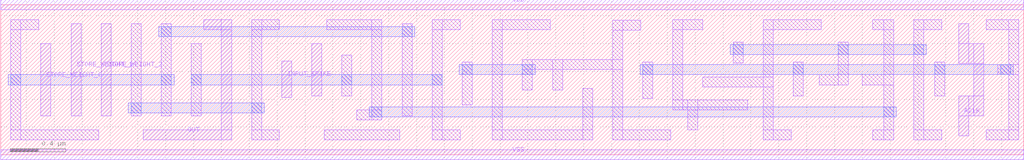
<source format=lef>
VERSION 5.8 ;
BUSBITCHARS "[]" ;
DIVIDERCHAR "/" ;

MACRO fsm_output_macro
  ORIGIN -10.616 0 ;
  FOREIGN fsm_output 10.616 0 ;
  SIZE 7.344 BY 1.08 ;
  SYMMETRY X Y ;
  SITE core ;
  PIN VDD
    DIRECTION INOUT ;
    USE POWER ;
    SHAPE ABUTMENT ;
    PORT
      LAYER M1 ;
        RECT 10.616 1.044 17.96 1.116 ;
    END
  END VDD
  PIN VSS
    DIRECTION INOUT ;
    USE GROUND ;
    SHAPE ABUTMENT ;
    PORT
      LAYER M1 ;
        RECT 10.616 -0.036 17.96 0.036 ;
    END
  END VSS
  PIN ACLK
    DIRECTION INPUT ;
    USE SIGNAL ;
    PORT
      LAYER M1 ;
        RECT 17.492 0.656 17.672 0.8 ;
        RECT 17.6 0.28 17.672 0.8 ;
        RECT 17.492 0.28 17.672 0.424 ;
        RECT 17.492 0.656 17.564 0.944 ;
        RECT 17.492 0.136 17.564 0.424 ;
    END
  END ACLK
  PIN INPUT_SPIKE
    DIRECTION INPUT ;
    USE SIGNAL ;
    PORT
      LAYER M1 ;
        RECT 12.848 0.424 12.92 0.8 ;
        RECT 12.632 0.412 12.704 0.676 ;
    END
  END INPUT_SPIKE
  PIN OUT
    DIRECTION OUTPUT ;
    USE SIGNAL ;
    PORT
      LAYER M1 ;
        RECT 12.072 0.9 12.272 0.972 ;
        RECT 12.2 0.108 12.272 0.972 ;
        RECT 11.64 0.108 12.272 0.18 ;
    END
  END OUT
  PIN STORE_WEIGHT_0
    DIRECTION INPUT ;
    USE SIGNAL ;
    PORT
      LAYER M1 ;
        RECT 10.904 0.28 10.976 0.8 ;
    END
  END STORE_WEIGHT_0
  PIN STORE_WEIGHT_1
    DIRECTION INPUT ;
    USE SIGNAL ;
    PORT
      LAYER M1 ;
        RECT 11.12 0.28 11.192 0.944 ;
    END
  END STORE_WEIGHT_1
  PIN STORE_WEIGHT_2
    DIRECTION INPUT ;
    USE SIGNAL ;
    PORT
      LAYER M1 ;
        RECT 11.336 0.28 11.408 0.944 ;
    END
  END STORE_WEIGHT_2
  OBS
    LAYER M1 ;
      RECT 17.688 0.9 17.924 0.972 ;
      RECT 17.852 0.108 17.924 0.972 ;
      RECT 17.772 0.576 17.924 0.648 ;
      RECT 17.688 0.108 17.924 0.18 ;
      RECT 17.168 0.9 17.368 0.972 ;
      RECT 17.168 0.108 17.24 0.972 ;
      RECT 17.168 0.108 17.368 0.18 ;
      RECT 16.876 0.9 17.024 0.972 ;
      RECT 16.952 0.108 17.024 0.972 ;
      RECT 16.8 0.504 17.024 0.576 ;
      RECT 16.876 0.108 17.024 0.18 ;
      RECT 16.628 0.504 16.7 0.812 ;
      RECT 16.492 0.504 16.7 0.576 ;
      RECT 16.088 0.9 16.504 0.972 ;
      RECT 16.088 0.108 16.16 0.972 ;
      RECT 15.656 0.488 16.16 0.56 ;
      RECT 16.088 0.108 16.288 0.18 ;
      RECT 15.44 0.9 15.656 0.972 ;
      RECT 15.44 0.324 15.512 0.972 ;
      RECT 15.44 0.324 15.976 0.396 ;
      RECT 15.548 0.18 15.62 0.396 ;
      RECT 15.008 0.896 15.208 0.968 ;
      RECT 15.008 0.108 15.08 0.968 ;
      RECT 14.36 0.612 15.08 0.684 ;
      RECT 14.576 0.468 14.648 0.684 ;
      RECT 14.36 0.468 14.432 0.684 ;
      RECT 15.008 0.108 15.424 0.18 ;
      RECT 14.144 0.9 14.56 0.972 ;
      RECT 14.144 0.108 14.216 0.972 ;
      RECT 14.792 0.108 14.864 0.476 ;
      RECT 14.144 0.108 14.864 0.18 ;
      RECT 13.712 0.9 13.912 0.972 ;
      RECT 13.712 0.108 13.784 0.972 ;
      RECT 13.712 0.108 13.912 0.18 ;
      RECT 12.956 0.9 13.352 0.972 ;
      RECT 13.28 0.252 13.352 0.972 ;
      RECT 13.172 0.252 13.352 0.324 ;
      RECT 12.416 0.9 12.616 0.972 ;
      RECT 12.416 0.108 12.488 0.972 ;
      RECT 12.416 0.108 12.616 0.18 ;
      RECT 10.688 0.9 10.888 0.972 ;
      RECT 10.688 0.108 10.76 0.972 ;
      RECT 10.688 0.108 11.32 0.18 ;
      RECT 17.32 0.424 17.392 0.668 ;
      RECT 16.304 0.424 16.376 0.668 ;
      RECT 15.872 0.66 15.944 0.812 ;
      RECT 15.224 0.404 15.296 0.668 ;
      RECT 13.928 0.36 14 0.668 ;
      RECT 13.496 0.28 13.568 0.944 ;
      RECT 12.936 0.108 13.48 0.18 ;
      RECT 13.064 0.424 13.136 0.716 ;
      RECT 11.984 0.28 12.056 0.8 ;
      RECT 11.768 0.28 11.84 0.944 ;
      RECT 11.552 0.28 11.624 0.944 ;
    LAYER M2 ;
      RECT 15.204 0.576 17.884 0.648 ;
      RECT 15.852 0.72 17.26 0.792 ;
      RECT 13.26 0.272 17.044 0.344 ;
      RECT 13.908 0.576 14.452 0.648 ;
      RECT 11.984 0.504 13.784 0.576 ;
      RECT 11.748 0.852 13.588 0.924 ;
      RECT 11.532 0.3 12.508 0.372 ;
      RECT 10.668 0.504 11.86 0.576 ;
    LAYER V1 ;
      RECT 17.792 0.576 17.864 0.648 ;
      RECT 17.32 0.576 17.392 0.648 ;
      RECT 17.168 0.72 17.24 0.792 ;
      RECT 16.952 0.272 17.024 0.344 ;
      RECT 16.628 0.72 16.7 0.792 ;
      RECT 16.304 0.576 16.376 0.648 ;
      RECT 15.872 0.72 15.944 0.792 ;
      RECT 15.224 0.576 15.296 0.648 ;
      RECT 14.36 0.576 14.432 0.648 ;
      RECT 13.928 0.576 14 0.648 ;
      RECT 13.712 0.504 13.784 0.576 ;
      RECT 13.496 0.852 13.568 0.924 ;
      RECT 13.28 0.272 13.352 0.344 ;
      RECT 13.064 0.504 13.136 0.576 ;
      RECT 12.416 0.3 12.488 0.372 ;
      RECT 11.984 0.504 12.056 0.576 ;
      RECT 11.768 0.504 11.84 0.576 ;
      RECT 11.768 0.852 11.84 0.924 ;
      RECT 11.552 0.3 11.624 0.372 ;
      RECT 10.688 0.504 10.76 0.576 ;
  END
END fsm_output_macro

END LIBRARY

</source>
